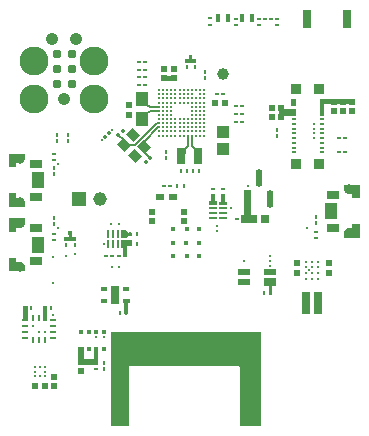
<source format=gtl>
G04*
G04 #@! TF.GenerationSoftware,Altium Limited,Altium Designer,24.9.1 (31)*
G04*
G04 Layer_Physical_Order=1*
G04 Layer_Color=255*
%FSLAX44Y44*%
%MOMM*%
G71*
G04*
G04 #@! TF.SameCoordinates,7AD2B3B8-D285-4593-8982-C88D0E3F9F4F*
G04*
G04*
G04 #@! TF.FilePolarity,Positive*
G04*
G01*
G75*
%ADD20C,0.2170*%
%ADD21R,0.6600X0.2200*%
%ADD22R,0.6600X0.3200*%
%ADD23R,0.3000X0.2800*%
%ADD24R,0.2500X0.3500*%
%ADD25R,0.3500X0.2500*%
G04:AMPARAMS|DCode=26|XSize=0.25mm|YSize=0.35mm|CornerRadius=0mm|HoleSize=0mm|Usage=FLASHONLY|Rotation=315.000|XOffset=0mm|YOffset=0mm|HoleType=Round|Shape=Rectangle|*
%AMROTATEDRECTD26*
4,1,4,-0.2121,-0.0354,0.0354,0.2121,0.2121,0.0354,-0.0354,-0.2121,-0.2121,-0.0354,0.0*
%
%ADD26ROTATEDRECTD26*%

%ADD27R,0.4725X0.4682*%
%ADD28R,0.2800X0.3000*%
%ADD29R,0.4750X0.2500*%
%ADD30R,0.2500X0.4750*%
%ADD31C,0.2080*%
%ADD32R,0.4682X0.4725*%
%ADD33R,0.2200X0.6600*%
%ADD34R,0.3200X0.6600*%
%ADD35R,0.7000X0.5000*%
%ADD36C,1.0000*%
%ADD37R,0.5500X0.3500*%
%ADD38R,0.7000X1.6000*%
G04:AMPARAMS|DCode=39|XSize=1.94mm|YSize=0.76mm|CornerRadius=0.19mm|HoleSize=0mm|Usage=FLASHONLY|Rotation=90.000|XOffset=0mm|YOffset=0mm|HoleType=Round|Shape=RoundedRectangle|*
%AMROUNDEDRECTD39*
21,1,1.9400,0.3800,0,0,90.0*
21,1,1.5600,0.7600,0,0,90.0*
1,1,0.3800,0.1900,0.7800*
1,1,0.3800,0.1900,-0.7800*
1,1,0.3800,-0.1900,-0.7800*
1,1,0.3800,-0.1900,0.7800*
%
%ADD39ROUNDEDRECTD39*%
%ADD40R,1.0200X1.0600*%
%ADD41R,0.6957X0.6825*%
%ADD42R,0.3500X0.6500*%
%ADD43R,1.1062X1.2549*%
%ADD44R,0.7500X1.4000*%
G04:AMPARAMS|DCode=45|XSize=1.5242mm|YSize=0.578mm|CornerRadius=0.289mm|HoleSize=0mm|Usage=FLASHONLY|Rotation=90.000|XOffset=0mm|YOffset=0mm|HoleType=Round|Shape=RoundedRectangle|*
%AMROUNDEDRECTD45*
21,1,1.5242,0.0000,0,0,90.0*
21,1,0.9463,0.5780,0,0,90.0*
1,1,0.5780,0.0000,0.4731*
1,1,0.5780,0.0000,-0.4731*
1,1,0.5780,0.0000,-0.4731*
1,1,0.5780,0.0000,0.4731*
%
%ADD45ROUNDEDRECTD45*%
%ADD46R,0.5780X1.5242*%
%ADD47R,0.8000X1.6000*%
G04:AMPARAMS|DCode=48|XSize=0.9mm|YSize=0.8mm|CornerRadius=0mm|HoleSize=0mm|Usage=FLASHONLY|Rotation=135.000|XOffset=0mm|YOffset=0mm|HoleType=Round|Shape=Rectangle|*
%AMROTATEDRECTD48*
4,1,4,0.6010,-0.0354,0.0354,-0.6010,-0.6010,0.0354,-0.0354,0.6010,0.6010,-0.0354,0.0*
%
%ADD48ROTATEDRECTD48*%

%ADD49R,0.9200X0.9000*%
%ADD50R,0.4000X0.2000*%
%ADD51C,0.2900*%
G04:AMPARAMS|DCode=52|XSize=0.28mm|YSize=0.3mm|CornerRadius=0mm|HoleSize=0mm|Usage=FLASHONLY|Rotation=45.000|XOffset=0mm|YOffset=0mm|HoleType=Round|Shape=Rectangle|*
%AMROTATEDRECTD52*
4,1,4,0.0071,-0.2051,-0.2051,0.0071,-0.0071,0.2051,0.2051,-0.0071,0.0071,-0.2051,0.0*
%
%ADD52ROTATEDRECTD52*%

%ADD60R,0.3500X0.3500*%
%ADD67C,0.6975*%
%ADD74R,0.2000X0.2000*%
%ADD76C,1.0395*%
%ADD81R,0.5500X0.5500*%
%ADD84R,1.1500X1.1500*%
%ADD85C,1.1500*%
G04:AMPARAMS|DCode=86|XSize=1mm|YSize=1.6mm|CornerRadius=0.5mm|HoleSize=0mm|Usage=FLASHONLY|Rotation=180.000|XOffset=0mm|YOffset=0mm|HoleType=Round|Shape=RoundedRectangle|*
%AMROUNDEDRECTD86*
21,1,1.0000,0.6000,0,0,180.0*
21,1,0.0000,1.6000,0,0,180.0*
1,1,1.0000,0.0000,0.3000*
1,1,1.0000,0.0000,0.3000*
1,1,1.0000,0.0000,-0.3000*
1,1,1.0000,0.0000,-0.3000*
%
%ADD86ROUNDEDRECTD86*%
G04:AMPARAMS|DCode=87|XSize=1.2mm|YSize=0.6mm|CornerRadius=0.3mm|HoleSize=0mm|Usage=FLASHONLY|Rotation=180.000|XOffset=0mm|YOffset=0mm|HoleType=Round|Shape=RoundedRectangle|*
%AMROUNDEDRECTD87*
21,1,1.2000,0.0000,0,0,180.0*
21,1,0.6000,0.6000,0,0,180.0*
1,1,0.6000,-0.3000,0.0000*
1,1,0.6000,0.3000,0.0000*
1,1,0.6000,0.3000,0.0000*
1,1,0.6000,-0.3000,0.0000*
%
%ADD87ROUNDEDRECTD87*%
G04:AMPARAMS|DCode=88|XSize=0.6mm|YSize=1.6mm|CornerRadius=0.3mm|HoleSize=0mm|Usage=FLASHONLY|Rotation=180.000|XOffset=0mm|YOffset=0mm|HoleType=Round|Shape=RoundedRectangle|*
%AMROUNDEDRECTD88*
21,1,0.6000,1.0000,0,0,180.0*
21,1,0.0000,1.6000,0,0,180.0*
1,1,0.6000,0.0000,0.5000*
1,1,0.6000,0.0000,0.5000*
1,1,0.6000,0.0000,-0.5000*
1,1,0.6000,0.0000,-0.5000*
%
%ADD88ROUNDEDRECTD88*%
%ADD91C,0.8000*%
%ADD92C,0.7870*%
%ADD93R,1.1000X1.4000*%
%ADD94R,1.1000X0.7000*%
%ADD95R,1.0320X0.6220*%
%ADD96R,1.0320X0.5000*%
%ADD97C,0.1731*%
%ADD98C,1.0670*%
%ADD99C,2.4510*%
%ADD100C,0.2500*%
%ADD101C,0.4500*%
G36*
X159367Y312804D02*
X162577D01*
Y309304D01*
X159367D01*
Y309293D01*
X156730D01*
Y309304D01*
X153395D01*
Y312804D01*
X156730D01*
Y316446D01*
X159367D01*
Y312804D01*
D02*
G37*
G36*
X146508Y294368D02*
X133135D01*
Y299050D01*
X146508D01*
Y294368D01*
D02*
G37*
G36*
X247000Y272999D02*
X243000D01*
X243000Y279000D01*
X247000D01*
X247000Y272999D01*
D02*
G37*
G36*
X297002Y274680D02*
X271000Y274680D01*
Y265000D01*
X267000D01*
Y279362D01*
X297002D01*
Y274680D01*
D02*
G37*
G36*
X237047Y271000D02*
X247000D01*
Y269000D01*
X247000Y265000D01*
X243000D01*
X242943Y265057D01*
X237047D01*
Y261275D01*
X232365D01*
Y273619D01*
X237047D01*
Y271000D01*
D02*
G37*
G36*
X17360Y228765D02*
X17360D01*
X17360Y227970D01*
X16751Y226500D01*
X15626Y225374D01*
X14156Y224765D01*
X13360Y224765D01*
X10360D01*
Y221266D01*
X3860D01*
Y232766D01*
X17360D01*
X17360Y228765D01*
D02*
G37*
G36*
X301360Y195150D02*
X294860D01*
Y198650D01*
X291860D01*
X291064Y198650D01*
X289594Y199259D01*
X288469Y200384D01*
X287860Y201854D01*
X287860Y202650D01*
X287860Y206650D01*
X301360D01*
Y195150D01*
D02*
G37*
G36*
X178267Y192826D02*
X180067D01*
Y189626D01*
X173467D01*
Y192826D01*
X175267D01*
Y198826D01*
X178267D01*
Y192826D01*
D02*
G37*
G36*
X186667Y196026D02*
X186649Y196008D01*
Y191826D01*
X188467D01*
Y189626D01*
X181867D01*
Y191826D01*
X183667D01*
Y198826D01*
X186667D01*
Y196026D01*
D02*
G37*
G36*
X10360Y195765D02*
X13360Y195765D01*
X14156Y195765D01*
X15626Y195156D01*
X16751Y194031D01*
X17360Y192561D01*
X17360Y191765D01*
X17360Y191765D01*
X17360Y187766D01*
X3860D01*
Y199265D01*
X10360D01*
Y195765D01*
D02*
G37*
G36*
X209100Y180732D02*
X214355D01*
Y173908D01*
X200100D01*
Y180732D01*
X203178D01*
Y201719D01*
X209100D01*
Y180732D01*
D02*
G37*
G36*
X17360Y174125D02*
X17360D01*
X17360Y173330D01*
X16751Y171860D01*
X15626Y170734D01*
X14156Y170125D01*
X13360Y170126D01*
X10360D01*
Y166625D01*
X3860D01*
Y178125D01*
X17360D01*
X17360Y174125D01*
D02*
G37*
G36*
X301360Y161650D02*
X287860D01*
X287860Y165650D01*
D01*
Y165650D01*
Y165650D01*
X287860Y166446D01*
X288469Y167916D01*
X289594Y169041D01*
X291064Y169650D01*
X291860Y169650D01*
X294860Y169650D01*
Y173150D01*
X301360D01*
Y161650D01*
D02*
G37*
G36*
X105304Y166090D02*
X108104D01*
Y163090D01*
X105104D01*
X103304Y161290D01*
X99015D01*
Y167890D01*
X103504D01*
X105304Y166090D01*
D02*
G37*
G36*
X57156Y162376D02*
X60855D01*
Y158876D01*
X50820D01*
Y162376D01*
X54519D01*
Y166028D01*
X57156D01*
Y162376D01*
D02*
G37*
G36*
X108104Y154690D02*
X103964D01*
Y145150D01*
X100464D01*
Y152890D01*
X99014D01*
X99014Y159490D01*
X108104D01*
Y154690D01*
D02*
G37*
G36*
X10360Y141125D02*
X13360Y141125D01*
X14156Y141125D01*
X15626Y140517D01*
X16751Y139391D01*
X17360Y137921D01*
X17360Y137126D01*
X17360Y137126D01*
X17360Y133125D01*
X3860D01*
Y144626D01*
X10360D01*
Y141125D01*
D02*
G37*
G36*
X229925Y121154D02*
X229904Y121175D01*
X226655D01*
Y113561D01*
X223855D01*
Y121150D01*
X219605Y121154D01*
Y127374D01*
X229925D01*
Y121154D01*
D02*
G37*
G36*
X106114Y106568D02*
X104582Y106568D01*
Y96770D01*
X101782D01*
Y106568D01*
X100614Y106568D01*
X100614Y110068D01*
X106114D01*
Y106568D01*
D02*
G37*
G36*
X35986Y91340D02*
X33186D01*
Y103865D01*
X35986D01*
Y91340D01*
D02*
G37*
G36*
X20361Y90835D02*
X15611D01*
Y103850D01*
X20361D01*
Y90835D01*
D02*
G37*
G36*
X79700Y54731D02*
Y54231D01*
X62588D01*
Y58912D01*
Y69120D01*
X67312D01*
Y58912D01*
X75950D01*
X75950Y69120D01*
X79700D01*
Y54731D01*
D02*
G37*
G36*
X217170Y81807D02*
X217170Y2645D01*
X199495D01*
Y52070D01*
X199092Y53042D01*
X198120Y53445D01*
X106680D01*
X105708Y53042D01*
X105305Y52070D01*
Y2645D01*
X90614D01*
Y81807D01*
X217170Y81807D01*
D02*
G37*
D20*
X169412Y248195D02*
D03*
X165912D02*
D03*
X162412D02*
D03*
X158912D02*
D03*
X155412D02*
D03*
X151912D02*
D03*
X148412D02*
D03*
X144912D02*
D03*
X141412D02*
D03*
X137912D02*
D03*
X134412D02*
D03*
X130912D02*
D03*
X169412Y251695D02*
D03*
X165912D02*
D03*
X162412D02*
D03*
X158912D02*
D03*
X155412D02*
D03*
X151912D02*
D03*
X148412D02*
D03*
X144912D02*
D03*
X141412D02*
D03*
X137912D02*
D03*
X134412D02*
D03*
X130912D02*
D03*
X169412Y255195D02*
D03*
X165912D02*
D03*
X162412D02*
D03*
X158912D02*
D03*
X155412D02*
D03*
X151912D02*
D03*
X148412D02*
D03*
X144912D02*
D03*
X141412D02*
D03*
X137912D02*
D03*
X134412D02*
D03*
X130912D02*
D03*
X169412Y258695D02*
D03*
X165912D02*
D03*
X162412D02*
D03*
X158912D02*
D03*
X155412D02*
D03*
X151912D02*
D03*
X148412D02*
D03*
X144912D02*
D03*
X141412D02*
D03*
X137912D02*
D03*
X134412D02*
D03*
X130912D02*
D03*
X169412Y262195D02*
D03*
X165912D02*
D03*
X162412D02*
D03*
X158912D02*
D03*
X155412D02*
D03*
X151912D02*
D03*
X148412D02*
D03*
X144912D02*
D03*
X141412D02*
D03*
X137912D02*
D03*
X134412D02*
D03*
X130912D02*
D03*
X169412Y265695D02*
D03*
X165912D02*
D03*
X162412D02*
D03*
X158912D02*
D03*
X141412D02*
D03*
X137912D02*
D03*
X134412D02*
D03*
X130912D02*
D03*
X169412Y269195D02*
D03*
X165912D02*
D03*
X162412D02*
D03*
X158912D02*
D03*
X141412D02*
D03*
X137912D02*
D03*
X134412D02*
D03*
X130912D02*
D03*
X169412Y272695D02*
D03*
X165912D02*
D03*
X162412D02*
D03*
X158912D02*
D03*
X141412D02*
D03*
X137912D02*
D03*
X134412D02*
D03*
X130912D02*
D03*
X169412Y276195D02*
D03*
X165912D02*
D03*
X162412D02*
D03*
X158912D02*
D03*
X155412D02*
D03*
X151912D02*
D03*
X148412D02*
D03*
X144912D02*
D03*
X141412D02*
D03*
X137912D02*
D03*
X134412D02*
D03*
X130912D02*
D03*
X169412Y279695D02*
D03*
X165912D02*
D03*
X162412D02*
D03*
X158912D02*
D03*
X155412D02*
D03*
X151912D02*
D03*
X148412D02*
D03*
X144912D02*
D03*
X141412D02*
D03*
X137912D02*
D03*
X134412D02*
D03*
X130912D02*
D03*
X169412Y283195D02*
D03*
X165912D02*
D03*
X158912D02*
D03*
X155412D02*
D03*
X151912D02*
D03*
X148412D02*
D03*
X144912D02*
D03*
X141412D02*
D03*
X137912D02*
D03*
X134412D02*
D03*
X130912D02*
D03*
X169412Y286695D02*
D03*
X165912D02*
D03*
X162412D02*
D03*
X158912D02*
D03*
X155412D02*
D03*
X151912D02*
D03*
X148412D02*
D03*
X144912D02*
D03*
X141412D02*
D03*
X137912D02*
D03*
X134412D02*
D03*
X130912D02*
D03*
D21*
X185167Y190726D02*
D03*
Y186726D02*
D03*
Y182726D02*
D03*
Y178726D02*
D03*
X176767D02*
D03*
Y182726D02*
D03*
Y186726D02*
D03*
D22*
Y191226D02*
D03*
D23*
Y197426D02*
D03*
Y202726D02*
D03*
X185167Y197426D02*
D03*
Y202726D02*
D03*
X77450Y56131D02*
D03*
Y50831D02*
D03*
X264245Y161206D02*
D03*
Y166506D02*
D03*
X41910Y232855D02*
D03*
Y227556D02*
D03*
X231100Y341780D02*
D03*
Y347080D02*
D03*
X196042Y341780D02*
D03*
Y347080D02*
D03*
X174275Y342080D02*
D03*
Y347380D02*
D03*
X41910Y165190D02*
D03*
Y159890D02*
D03*
X215860Y341780D02*
D03*
Y347080D02*
D03*
D24*
X154645Y311054D02*
D03*
Y306054D02*
D03*
X161327Y311054D02*
D03*
Y306054D02*
D03*
X59605Y155625D02*
D03*
Y160625D02*
D03*
X136827Y229035D02*
D03*
Y234035D02*
D03*
X84450Y50807D02*
D03*
Y55807D02*
D03*
X170180Y297300D02*
D03*
Y302300D02*
D03*
X264160Y174070D02*
D03*
Y179070D02*
D03*
X41910Y220515D02*
D03*
Y215515D02*
D03*
X230684Y252999D02*
D03*
Y247999D02*
D03*
X41910Y178334D02*
D03*
Y173334D02*
D03*
X44450Y249021D02*
D03*
Y244021D02*
D03*
X53816D02*
D03*
Y249021D02*
D03*
X52070Y160625D02*
D03*
Y155625D02*
D03*
D25*
X288770Y246000D02*
D03*
X283770D02*
D03*
X114500Y304050D02*
D03*
Y290830D02*
D03*
Y297434D02*
D03*
Y310210D02*
D03*
X97214Y146400D02*
D03*
X102214D02*
D03*
X119500Y310210D02*
D03*
Y304050D02*
D03*
Y297434D02*
D03*
Y290830D02*
D03*
X196140Y259861D02*
D03*
X201140D02*
D03*
X196140Y266307D02*
D03*
X201140D02*
D03*
X196140Y272861D02*
D03*
X201140D02*
D03*
X86014Y146400D02*
D03*
X91014D02*
D03*
X134958Y205868D02*
D03*
X139958D02*
D03*
X185380Y283195D02*
D03*
X180380D02*
D03*
X283770Y234000D02*
D03*
X288770D02*
D03*
X201850Y177320D02*
D03*
X196850D02*
D03*
X220940Y347080D02*
D03*
X225940D02*
D03*
D26*
X88900Y250190D02*
D03*
X85365Y246654D02*
D03*
D27*
X135497Y304752D02*
D03*
Y296709D02*
D03*
X144145Y304752D02*
D03*
Y296709D02*
D03*
X42072Y43933D02*
D03*
Y35890D02*
D03*
X64950Y48528D02*
D03*
Y56571D02*
D03*
X105331Y265941D02*
D03*
Y273984D02*
D03*
X294640Y277021D02*
D03*
Y268978D02*
D03*
X287020Y277021D02*
D03*
Y268978D02*
D03*
X279400Y277021D02*
D03*
Y268978D02*
D03*
X274550Y132033D02*
D03*
Y140076D02*
D03*
X247650D02*
D03*
Y132033D02*
D03*
D28*
X39886Y102365D02*
D03*
X34586D02*
D03*
X23011Y102350D02*
D03*
X17711D02*
D03*
X106704Y164590D02*
D03*
X112004D02*
D03*
X106704Y156190D02*
D03*
X112004D02*
D03*
X151912Y205740D02*
D03*
X146612D02*
D03*
X154562Y218420D02*
D03*
X149262D02*
D03*
X159762D02*
D03*
X165062D02*
D03*
X219955Y115061D02*
D03*
X225255D02*
D03*
X97882Y98270D02*
D03*
X103182D02*
D03*
D29*
X41246Y77085D02*
D03*
Y82085D02*
D03*
Y87085D02*
D03*
Y92085D02*
D03*
X17986D02*
D03*
Y87085D02*
D03*
Y82085D02*
D03*
Y77085D02*
D03*
D30*
X34616Y93715D02*
D03*
X29616D02*
D03*
X24616D02*
D03*
Y75455D02*
D03*
X29616D02*
D03*
X34616D02*
D03*
D31*
X26351Y44267D02*
D03*
Y48267D02*
D03*
Y52267D02*
D03*
X30352Y44267D02*
D03*
Y52267D02*
D03*
X34351Y44267D02*
D03*
Y48267D02*
D03*
Y52267D02*
D03*
D32*
X26458Y35859D02*
D03*
X34501D02*
D03*
X234706Y271257D02*
D03*
X226663D02*
D03*
X234706Y263637D02*
D03*
X226663D02*
D03*
X178859Y276195D02*
D03*
X186901D02*
D03*
D33*
X100114Y156190D02*
D03*
X96114D02*
D03*
X92114D02*
D03*
X88115D02*
D03*
Y164590D02*
D03*
X92114D02*
D03*
X96114D02*
D03*
D34*
X100615D02*
D03*
D35*
X143085Y196489D02*
D03*
X132086D02*
D03*
D36*
X185420Y300550D02*
D03*
D37*
X103364Y108318D02*
D03*
Y118318D02*
D03*
X84864D02*
D03*
Y108318D02*
D03*
D38*
X94114Y113318D02*
D03*
D39*
X265430Y106680D02*
D03*
X255270D02*
D03*
D40*
X185167Y236781D02*
D03*
Y251341D02*
D03*
D41*
X220544Y177320D02*
D03*
X210876D02*
D03*
D42*
X181150Y347980D02*
D03*
X189650D02*
D03*
X201450D02*
D03*
X209950D02*
D03*
D43*
X117000Y278894D02*
D03*
Y262381D02*
D03*
D44*
X149799Y230645D02*
D03*
X164299D02*
D03*
D45*
X215710Y212302D02*
D03*
X225210Y194098D02*
D03*
D46*
X206210D02*
D03*
D47*
X256050Y346710D02*
D03*
X290050D02*
D03*
D48*
X118703Y238408D02*
D03*
X108803Y248307D02*
D03*
X101025Y240529D02*
D03*
X110924Y230630D02*
D03*
D49*
X266900Y288000D02*
D03*
X266900Y224000D02*
D03*
X247100Y224000D02*
D03*
Y288000D02*
D03*
D50*
X245000Y234000D02*
D03*
Y237999D02*
D03*
Y241999D02*
D03*
Y246000D02*
D03*
Y250000D02*
D03*
Y254000D02*
D03*
Y257999D02*
D03*
Y261999D02*
D03*
Y266000D02*
D03*
X245000Y270000D02*
D03*
X245000Y274000D02*
D03*
X245000Y277999D02*
D03*
X269000D02*
D03*
Y274000D02*
D03*
Y270000D02*
D03*
Y266000D02*
D03*
Y261999D02*
D03*
Y257999D02*
D03*
Y254000D02*
D03*
Y250000D02*
D03*
Y246000D02*
D03*
Y241999D02*
D03*
Y237999D02*
D03*
Y234000D02*
D03*
D51*
X255270Y127080D02*
D03*
Y132080D02*
D03*
Y137080D02*
D03*
X260270Y127080D02*
D03*
Y132080D02*
D03*
Y137080D02*
D03*
X265270Y127080D02*
D03*
Y132080D02*
D03*
Y137080D02*
D03*
D52*
X123822Y229563D02*
D03*
X120074Y225815D02*
D03*
X96740Y248737D02*
D03*
X100487Y252484D02*
D03*
D60*
X64950Y67370D02*
D03*
X71450D02*
D03*
X77950D02*
D03*
X84450D02*
D03*
Y81870D02*
D03*
X77950D02*
D03*
X71450D02*
D03*
X64950D02*
D03*
D67*
X8376Y192437D02*
D03*
Y228094D02*
D03*
Y173454D02*
D03*
Y137797D02*
D03*
X296844Y166322D02*
D03*
Y201978D02*
D03*
D74*
X202665Y141944D02*
D03*
X224765D02*
D03*
D76*
X111245Y63565D02*
D03*
X196095D02*
D03*
D81*
X125430Y183758D02*
D03*
X151930D02*
D03*
X125430Y176258D02*
D03*
X151930D02*
D03*
D84*
X63600Y194120D02*
D03*
D85*
X81180Y194500D02*
D03*
D86*
X98470Y19290D02*
D03*
X208870D02*
D03*
D87*
X193870Y62790D02*
D03*
X113470D02*
D03*
D88*
X110470Y67790D02*
D03*
X196870D02*
D03*
D91*
X13360Y191765D02*
D03*
Y228766D02*
D03*
Y174125D02*
D03*
Y137126D02*
D03*
X291860Y165650D02*
D03*
Y202650D02*
D03*
D92*
X44450Y292100D02*
D03*
X57150D02*
D03*
X44450Y304800D02*
D03*
X57150Y317500D02*
D03*
X44450D02*
D03*
X57150Y304800D02*
D03*
D93*
X28360Y210266D02*
D03*
Y155625D02*
D03*
X276860Y184150D02*
D03*
D94*
X26860Y196266D02*
D03*
Y224265D02*
D03*
Y169625D02*
D03*
Y141625D02*
D03*
X278360Y170150D02*
D03*
Y198150D02*
D03*
D95*
X202665Y124264D02*
D03*
X224765D02*
D03*
D96*
X202665Y133104D02*
D03*
X224765D02*
D03*
D97*
X161415Y233529D02*
X164299Y230645D01*
X158912Y239296D02*
X161415Y236794D01*
Y233529D02*
Y236794D01*
X158912Y239296D02*
Y248195D01*
X149799Y230645D02*
X152684Y233529D01*
X155412Y239514D02*
Y248195D01*
X152684Y233529D02*
Y236785D01*
X155412Y239514D01*
X122409Y273485D02*
X123199Y272695D01*
X117000Y278151D02*
X121665Y273485D01*
X117000Y278151D02*
Y278894D01*
X121665Y273485D02*
X122409D01*
X123199Y272695D02*
X130912D01*
X123814Y269195D02*
X130912D01*
X117000Y262381D02*
Y263125D01*
X121665Y267790D01*
X122409D01*
X123814Y269195D01*
X118477Y238939D02*
Y243067D01*
X130828Y255111D02*
X130912Y255195D01*
X118477Y243067D02*
X130521Y255111D01*
X118477Y238939D02*
X118630Y238785D01*
X130521Y255111D02*
X130828D01*
X110483Y240064D02*
X129030Y258611D01*
X130828D01*
X101795Y240064D02*
X110483D01*
X118703Y234682D02*
X123822Y229563D01*
X118703Y234682D02*
Y238408D01*
X96740Y248737D02*
X101025Y244451D01*
Y240529D02*
Y244451D01*
X130828Y258611D02*
X130912Y258695D01*
D98*
X50800Y279400D02*
D03*
X40640Y330200D02*
D03*
X60960D02*
D03*
D99*
X25400Y279400D02*
D03*
X76200D02*
D03*
X25400Y311150D02*
D03*
X76200D02*
D03*
D100*
X144912Y262195D02*
D03*
X192110Y186726D02*
D03*
X179789Y167659D02*
D03*
Y171659D02*
D03*
X82998Y244034D02*
D03*
X90616Y173640D02*
D03*
X97102Y173601D02*
D03*
X84347Y156108D02*
D03*
X91014Y136776D02*
D03*
X97214D02*
D03*
X224765Y137735D02*
D03*
Y146050D02*
D03*
X262300Y257999D02*
D03*
Y250000D02*
D03*
Y254000D02*
D03*
X41246Y145003D02*
D03*
Y123587D02*
D03*
Y96090D02*
D03*
X84450Y77893D02*
D03*
X77825Y77830D02*
D03*
X45782Y224265D02*
D03*
X91440Y252780D02*
D03*
X256666Y170289D02*
D03*
X45720Y169625D02*
D03*
X262300Y246000D02*
D03*
X265270Y140944D02*
D03*
X260270D02*
D03*
X52070Y146050D02*
D03*
X59605Y147650D02*
D03*
X257960Y134536D02*
D03*
X34616Y81870D02*
D03*
X29616D02*
D03*
X23989Y87085D02*
D03*
X206139Y205527D02*
D03*
X255270Y140944D02*
D03*
D101*
X164742Y168678D02*
D03*
X165017Y146559D02*
D03*
X142817Y146639D02*
D03*
Y168759D02*
D03*
X154400D02*
D03*
Y146559D02*
D03*
X164742Y157659D02*
D03*
X142817D02*
D03*
X153917D02*
D03*
X55837Y166028D02*
D03*
M02*

</source>
